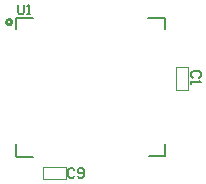
<source format=gto>
G04*
G04 #@! TF.GenerationSoftware,Altium Limited,Altium Designer,19.1.5 (86)*
G04*
G04 Layer_Color=65535*
%FSAX25Y25*%
%MOIN*%
G70*
G01*
G75*
%ADD10C,0.01000*%
%ADD11C,0.00394*%
%ADD12C,0.00787*%
%ADD13C,0.00591*%
D10*
X0125992Y0181476D02*
G03*
X0125992Y0181476I-0000905J0000000D01*
G01*
D11*
X0180618Y0158799D02*
X0184752D01*
Y0166476D01*
X0180618D02*
X0184752D01*
X0180618Y0158799D02*
Y0166476D01*
X0143886Y0129193D02*
Y0133327D01*
X0136209D02*
X0143886D01*
X0136209Y0129193D02*
Y0133327D01*
Y0129193D02*
X0143886D01*
D12*
X0127488Y0136791D02*
X0127646Y0136634D01*
X0127488Y0136791D02*
Y0140768D01*
X0127646Y0136634D02*
X0133158D01*
X0171583Y0136713D02*
X0176898D01*
X0176976Y0136791D01*
Y0140728D01*
X0177016Y0179035D02*
Y0182618D01*
X0176898Y0182736D02*
X0177016Y0182618D01*
X0171504Y0182736D02*
X0176898D01*
X0127488Y0182776D02*
X0133158D01*
X0127449Y0182736D02*
X0127488Y0182776D01*
X0127449Y0179035D02*
Y0182736D01*
D13*
X0188380Y0162940D02*
X0188905Y0163465D01*
Y0164515D01*
X0188380Y0165039D01*
X0186281D01*
X0185756Y0164515D01*
Y0163465D01*
X0186281Y0162940D01*
X0185756Y0161891D02*
Y0160841D01*
Y0161366D01*
X0188905D01*
X0188380Y0161891D01*
X0146871Y0132191D02*
X0146346Y0132715D01*
X0145296D01*
X0144772Y0132191D01*
Y0130092D01*
X0145296Y0129567D01*
X0146346D01*
X0146871Y0130092D01*
X0147920D02*
X0148445Y0129567D01*
X0149495D01*
X0150019Y0130092D01*
Y0132191D01*
X0149495Y0132715D01*
X0148445D01*
X0147920Y0132191D01*
Y0131666D01*
X0148445Y0131141D01*
X0150019D01*
X0128008Y0187322D02*
Y0184698D01*
X0128533Y0184173D01*
X0129582D01*
X0130107Y0184698D01*
Y0187322D01*
X0131157Y0184173D02*
X0132206D01*
X0131681D01*
Y0187322D01*
X0131157Y0186797D01*
M02*

</source>
